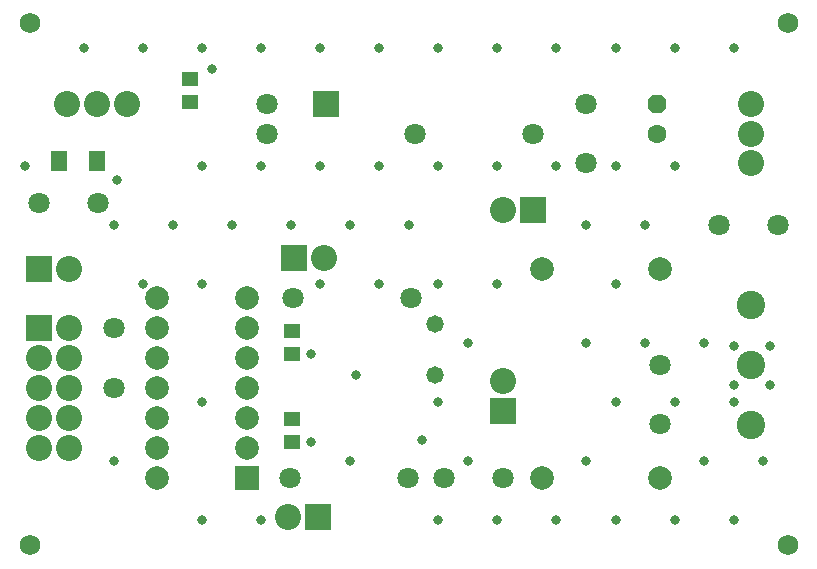
<source format=gbs>
G04*
G04 #@! TF.GenerationSoftware,Altium Limited,Altium Designer,21.2.0 (30)*
G04*
G04 Layer_Color=16711935*
%FSLAX25Y25*%
%MOIN*%
G70*
G04*
G04 #@! TF.SameCoordinates,988A1CD1-E7ED-44CA-A79C-FF2152EA78B2*
G04*
G04*
G04 #@! TF.FilePolarity,Negative*
G04*
G01*
G75*
%ADD16C,0.08674*%
%ADD17C,0.07099*%
%ADD18C,0.07887*%
%ADD19C,0.09461*%
%ADD20R,0.08674X0.08674*%
%ADD21R,0.08674X0.08674*%
%ADD22P,0.06832X8X292.5*%
%ADD23C,0.06312*%
%ADD24R,0.07887X0.07887*%
%ADD25C,0.06800*%
%ADD26C,0.03300*%
%ADD27C,0.05800*%
%ADD45R,0.05524X0.07099*%
%ADD46R,0.05721X0.04737*%
D16*
X24016Y158465D02*
D03*
X33858D02*
D03*
X43701D02*
D03*
X24685Y103347D02*
D03*
Y43976D02*
D03*
Y63976D02*
D03*
Y53976D02*
D03*
X14685Y43976D02*
D03*
Y53976D02*
D03*
X24685Y83976D02*
D03*
X14685Y73976D02*
D03*
X24685D02*
D03*
X14685Y63976D02*
D03*
X251969Y158465D02*
D03*
Y148622D02*
D03*
Y138779D02*
D03*
X169291Y123031D02*
D03*
X109409Y107283D02*
D03*
X97362Y20669D02*
D03*
X169291Y66102D02*
D03*
D17*
X137402Y33661D02*
D03*
X98032D02*
D03*
X90551Y148543D02*
D03*
Y158543D02*
D03*
X14567Y125394D02*
D03*
X34252D02*
D03*
X39370Y63976D02*
D03*
Y83661D02*
D03*
X196850Y138779D02*
D03*
Y158465D02*
D03*
X149606Y33661D02*
D03*
X169291D02*
D03*
X260827Y118110D02*
D03*
X241142D02*
D03*
X221457Y71457D02*
D03*
Y51772D02*
D03*
X139764Y148543D02*
D03*
X179134D02*
D03*
X138583Y93898D02*
D03*
X99213D02*
D03*
D18*
X182087Y33661D02*
D03*
X221457D02*
D03*
X53898Y33819D02*
D03*
X83898Y43819D02*
D03*
Y53819D02*
D03*
Y63819D02*
D03*
X53898D02*
D03*
Y43819D02*
D03*
X83898Y93819D02*
D03*
Y83819D02*
D03*
Y73819D02*
D03*
X53898Y53819D02*
D03*
Y73721D02*
D03*
Y83720D02*
D03*
Y93721D02*
D03*
X182087Y103347D02*
D03*
X221457D02*
D03*
D19*
X251969Y51535D02*
D03*
Y71535D02*
D03*
Y91535D02*
D03*
D20*
X14685Y103347D02*
D03*
X110236Y158465D02*
D03*
X179291Y123031D02*
D03*
X99410Y107283D02*
D03*
X107362Y20669D02*
D03*
D21*
X14685Y83976D02*
D03*
X169291Y56102D02*
D03*
D22*
X220472Y158465D02*
D03*
D23*
Y148622D02*
D03*
D24*
X83898Y33819D02*
D03*
D25*
X264173Y11417D02*
D03*
X264173Y185433D02*
D03*
X11417D02*
D03*
Y11417D02*
D03*
D26*
X40551Y133071D02*
D03*
X72047Y170079D02*
D03*
X258268Y64961D02*
D03*
X246063Y77953D02*
D03*
Y64961D02*
D03*
X142126Y46457D02*
D03*
X120079Y68110D02*
D03*
X105118Y75197D02*
D03*
Y45669D02*
D03*
X246063Y177165D02*
D03*
X258268Y77953D02*
D03*
X246063Y59055D02*
D03*
X255906Y39370D02*
D03*
X246063Y19685D02*
D03*
X226378Y177165D02*
D03*
Y137795D02*
D03*
X236221Y78740D02*
D03*
X226378Y59055D02*
D03*
X236221Y39370D02*
D03*
X226378Y19685D02*
D03*
X206693Y177165D02*
D03*
Y137795D02*
D03*
X216535Y118110D02*
D03*
X206693Y98425D02*
D03*
X216535Y78740D02*
D03*
X206693Y59055D02*
D03*
Y19685D02*
D03*
X187008Y177165D02*
D03*
Y137795D02*
D03*
X196850Y118110D02*
D03*
Y78740D02*
D03*
Y39370D02*
D03*
X187008Y19685D02*
D03*
X167323Y177165D02*
D03*
Y137795D02*
D03*
Y98425D02*
D03*
Y19685D02*
D03*
X147638Y177165D02*
D03*
Y137795D02*
D03*
Y98425D02*
D03*
X157480Y78740D02*
D03*
X147638Y59055D02*
D03*
X157480Y39370D02*
D03*
X147638Y19685D02*
D03*
X127953Y177165D02*
D03*
Y137795D02*
D03*
X137795Y118110D02*
D03*
X127953Y98425D02*
D03*
X108268Y177165D02*
D03*
Y137795D02*
D03*
X118110Y118110D02*
D03*
X108268Y98425D02*
D03*
X118110Y39370D02*
D03*
X88583Y177165D02*
D03*
Y137795D02*
D03*
X98425Y118110D02*
D03*
X88583Y19685D02*
D03*
X68898Y177165D02*
D03*
Y137795D02*
D03*
X78740Y118110D02*
D03*
X68898Y98425D02*
D03*
Y59055D02*
D03*
Y19685D02*
D03*
X49213Y177165D02*
D03*
X59055Y118110D02*
D03*
X49213Y98425D02*
D03*
X29528Y177165D02*
D03*
X39370Y118110D02*
D03*
Y39370D02*
D03*
X9843Y137795D02*
D03*
D27*
X146457Y68110D02*
D03*
Y85039D02*
D03*
D45*
X21260Y139370D02*
D03*
X33858D02*
D03*
D46*
X64961Y166929D02*
D03*
Y159055D02*
D03*
X98819Y75000D02*
D03*
Y82874D02*
D03*
Y45669D02*
D03*
Y53543D02*
D03*
M02*

</source>
